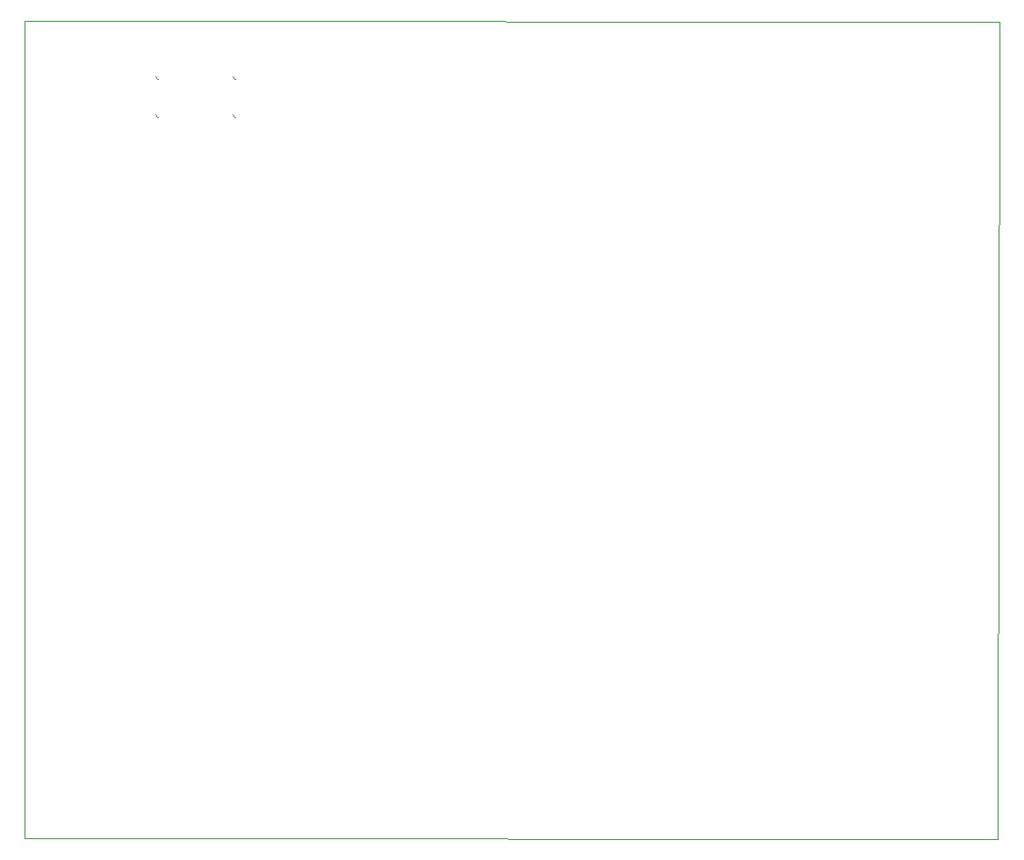
<source format=gbr>
%TF.GenerationSoftware,KiCad,Pcbnew,(5.1.6)-1*%
%TF.CreationDate,2020-11-14T18:00:02-05:00*%
%TF.ProjectId,F0DisplayBoard,46304469-7370-46c6-9179-426f6172642e,rev?*%
%TF.SameCoordinates,Original*%
%TF.FileFunction,Profile,NP*%
%FSLAX46Y46*%
G04 Gerber Fmt 4.6, Leading zero omitted, Abs format (unit mm)*
G04 Created by KiCad (PCBNEW (5.1.6)-1) date 2020-11-14 18:00:02*
%MOMM*%
%LPD*%
G01*
G04 APERTURE LIST*
%TA.AperFunction,Profile*%
%ADD10C,0.050000*%
%TD*%
%TA.AperFunction,Profile*%
%ADD11C,0.010000*%
%TD*%
G04 APERTURE END LIST*
D10*
X183515000Y-64897000D02*
X183134000Y-64897000D01*
X183388000Y-141097000D02*
X183515000Y-64897000D01*
X92710000Y-140970000D02*
X183388000Y-141097000D01*
X92710000Y-64770000D02*
X92710000Y-140970000D01*
X92710000Y-64770000D02*
X183134000Y-64897000D01*
D11*
%TO.C,J1*%
X112439000Y-73840999D02*
G75*
G02*
X112139000Y-73531000I0J300161D01*
G01*
X105239000Y-73840999D02*
G75*
G02*
X104939000Y-73531000I0J300161D01*
G01*
X112439000Y-70290999D02*
G75*
G02*
X112139000Y-69981000I0J300161D01*
G01*
X105239000Y-70290999D02*
G75*
G02*
X104939000Y-69981000I0J300161D01*
G01*
%TD*%
M02*

</source>
